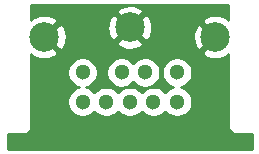
<source format=gbl>
G04 #@! TF.GenerationSoftware,KiCad,Pcbnew,(5.1.0)-1*
G04 #@! TF.CreationDate,2019-10-14T10:16:39-04:00*
G04 #@! TF.ProjectId,MiniDin8Adapter,4d696e69-4469-46e3-9841-646170746572,rev?*
G04 #@! TF.SameCoordinates,Original*
G04 #@! TF.FileFunction,Copper,L2,Bot*
G04 #@! TF.FilePolarity,Positive*
%FSLAX46Y46*%
G04 Gerber Fmt 4.6, Leading zero omitted, Abs format (unit mm)*
G04 Created by KiCad (PCBNEW (5.1.0)-1) date 2019-10-14 10:16:39*
%MOMM*%
%LPD*%
G04 APERTURE LIST*
%ADD10C,2.500000*%
%ADD11C,1.300000*%
%ADD12C,0.800000*%
%ADD13C,0.254000*%
G04 APERTURE END LIST*
D10*
X147000000Y-103600000D03*
X154250000Y-104400000D03*
X139750000Y-104400000D03*
D11*
X147000000Y-109900000D03*
X145000000Y-109900000D03*
X143000000Y-109900000D03*
X149000000Y-109900000D03*
X151000000Y-109900000D03*
X146300000Y-107400000D03*
X143000000Y-107400000D03*
X148300000Y-107400000D03*
X151000000Y-107400000D03*
D12*
X146150000Y-112850000D03*
D13*
G36*
X155340000Y-102985066D02*
G01*
X155258086Y-102796423D01*
X154925874Y-102630567D01*
X154567688Y-102532710D01*
X154197294Y-102506611D01*
X153828925Y-102553275D01*
X153476738Y-102670906D01*
X153241914Y-102796423D01*
X153116000Y-103086395D01*
X154250000Y-104220395D01*
X154264143Y-104206253D01*
X154443748Y-104385858D01*
X154429605Y-104400000D01*
X154443748Y-104414143D01*
X154264143Y-104593748D01*
X154250000Y-104579605D01*
X153116000Y-105713605D01*
X153241914Y-106003577D01*
X153574126Y-106169433D01*
X153932312Y-106267290D01*
X154302706Y-106293389D01*
X154671075Y-106246725D01*
X155023262Y-106129094D01*
X155258086Y-106003577D01*
X155340000Y-105814934D01*
X155340001Y-111967571D01*
X155336807Y-112000000D01*
X155349550Y-112129383D01*
X155387290Y-112253793D01*
X155448575Y-112368450D01*
X155531052Y-112468948D01*
X155631550Y-112551425D01*
X155746207Y-112612710D01*
X155870617Y-112650450D01*
X155967581Y-112660000D01*
X156000000Y-112663193D01*
X156032419Y-112660000D01*
X157340000Y-112660000D01*
X157340000Y-113873000D01*
X136660000Y-113873000D01*
X136660000Y-112660000D01*
X137967581Y-112660000D01*
X138000000Y-112663193D01*
X138032419Y-112660000D01*
X138129383Y-112650450D01*
X138253793Y-112612710D01*
X138368450Y-112551425D01*
X138468948Y-112468948D01*
X138551425Y-112368450D01*
X138612710Y-112253793D01*
X138650450Y-112129383D01*
X138663193Y-112000000D01*
X138660000Y-111967581D01*
X138660000Y-107273439D01*
X141715000Y-107273439D01*
X141715000Y-107526561D01*
X141764381Y-107774821D01*
X141861247Y-108008676D01*
X142001875Y-108219140D01*
X142180860Y-108398125D01*
X142391324Y-108538753D01*
X142625179Y-108635619D01*
X142697479Y-108650000D01*
X142625179Y-108664381D01*
X142391324Y-108761247D01*
X142180860Y-108901875D01*
X142001875Y-109080860D01*
X141861247Y-109291324D01*
X141764381Y-109525179D01*
X141715000Y-109773439D01*
X141715000Y-110026561D01*
X141764381Y-110274821D01*
X141861247Y-110508676D01*
X142001875Y-110719140D01*
X142180860Y-110898125D01*
X142391324Y-111038753D01*
X142625179Y-111135619D01*
X142873439Y-111185000D01*
X143126561Y-111185000D01*
X143374821Y-111135619D01*
X143608676Y-111038753D01*
X143819140Y-110898125D01*
X143998125Y-110719140D01*
X144000000Y-110716334D01*
X144001875Y-110719140D01*
X144180860Y-110898125D01*
X144391324Y-111038753D01*
X144625179Y-111135619D01*
X144873439Y-111185000D01*
X145126561Y-111185000D01*
X145374821Y-111135619D01*
X145608676Y-111038753D01*
X145819140Y-110898125D01*
X145998125Y-110719140D01*
X146000000Y-110716334D01*
X146001875Y-110719140D01*
X146180860Y-110898125D01*
X146391324Y-111038753D01*
X146625179Y-111135619D01*
X146873439Y-111185000D01*
X147126561Y-111185000D01*
X147374821Y-111135619D01*
X147608676Y-111038753D01*
X147819140Y-110898125D01*
X147998125Y-110719140D01*
X148000000Y-110716334D01*
X148001875Y-110719140D01*
X148180860Y-110898125D01*
X148391324Y-111038753D01*
X148625179Y-111135619D01*
X148873439Y-111185000D01*
X149126561Y-111185000D01*
X149374821Y-111135619D01*
X149608676Y-111038753D01*
X149819140Y-110898125D01*
X149998125Y-110719140D01*
X150000000Y-110716334D01*
X150001875Y-110719140D01*
X150180860Y-110898125D01*
X150391324Y-111038753D01*
X150625179Y-111135619D01*
X150873439Y-111185000D01*
X151126561Y-111185000D01*
X151374821Y-111135619D01*
X151608676Y-111038753D01*
X151819140Y-110898125D01*
X151998125Y-110719140D01*
X152138753Y-110508676D01*
X152235619Y-110274821D01*
X152285000Y-110026561D01*
X152285000Y-109773439D01*
X152235619Y-109525179D01*
X152138753Y-109291324D01*
X151998125Y-109080860D01*
X151819140Y-108901875D01*
X151608676Y-108761247D01*
X151374821Y-108664381D01*
X151302521Y-108650000D01*
X151374821Y-108635619D01*
X151608676Y-108538753D01*
X151819140Y-108398125D01*
X151998125Y-108219140D01*
X152138753Y-108008676D01*
X152235619Y-107774821D01*
X152285000Y-107526561D01*
X152285000Y-107273439D01*
X152235619Y-107025179D01*
X152138753Y-106791324D01*
X151998125Y-106580860D01*
X151819140Y-106401875D01*
X151608676Y-106261247D01*
X151374821Y-106164381D01*
X151126561Y-106115000D01*
X150873439Y-106115000D01*
X150625179Y-106164381D01*
X150391324Y-106261247D01*
X150180860Y-106401875D01*
X150001875Y-106580860D01*
X149861247Y-106791324D01*
X149764381Y-107025179D01*
X149715000Y-107273439D01*
X149715000Y-107526561D01*
X149764381Y-107774821D01*
X149861247Y-108008676D01*
X150001875Y-108219140D01*
X150180860Y-108398125D01*
X150391324Y-108538753D01*
X150625179Y-108635619D01*
X150697479Y-108650000D01*
X150625179Y-108664381D01*
X150391324Y-108761247D01*
X150180860Y-108901875D01*
X150001875Y-109080860D01*
X150000000Y-109083666D01*
X149998125Y-109080860D01*
X149819140Y-108901875D01*
X149608676Y-108761247D01*
X149374821Y-108664381D01*
X149126561Y-108615000D01*
X148873439Y-108615000D01*
X148625179Y-108664381D01*
X148391324Y-108761247D01*
X148180860Y-108901875D01*
X148001875Y-109080860D01*
X148000000Y-109083666D01*
X147998125Y-109080860D01*
X147819140Y-108901875D01*
X147608676Y-108761247D01*
X147374821Y-108664381D01*
X147126561Y-108615000D01*
X146873439Y-108615000D01*
X146625179Y-108664381D01*
X146391324Y-108761247D01*
X146180860Y-108901875D01*
X146001875Y-109080860D01*
X146000000Y-109083666D01*
X145998125Y-109080860D01*
X145819140Y-108901875D01*
X145608676Y-108761247D01*
X145374821Y-108664381D01*
X145126561Y-108615000D01*
X144873439Y-108615000D01*
X144625179Y-108664381D01*
X144391324Y-108761247D01*
X144180860Y-108901875D01*
X144001875Y-109080860D01*
X144000000Y-109083666D01*
X143998125Y-109080860D01*
X143819140Y-108901875D01*
X143608676Y-108761247D01*
X143374821Y-108664381D01*
X143302521Y-108650000D01*
X143374821Y-108635619D01*
X143608676Y-108538753D01*
X143819140Y-108398125D01*
X143998125Y-108219140D01*
X144138753Y-108008676D01*
X144235619Y-107774821D01*
X144285000Y-107526561D01*
X144285000Y-107273439D01*
X145015000Y-107273439D01*
X145015000Y-107526561D01*
X145064381Y-107774821D01*
X145161247Y-108008676D01*
X145301875Y-108219140D01*
X145480860Y-108398125D01*
X145691324Y-108538753D01*
X145925179Y-108635619D01*
X146173439Y-108685000D01*
X146426561Y-108685000D01*
X146674821Y-108635619D01*
X146908676Y-108538753D01*
X147119140Y-108398125D01*
X147298125Y-108219140D01*
X147300000Y-108216334D01*
X147301875Y-108219140D01*
X147480860Y-108398125D01*
X147691324Y-108538753D01*
X147925179Y-108635619D01*
X148173439Y-108685000D01*
X148426561Y-108685000D01*
X148674821Y-108635619D01*
X148908676Y-108538753D01*
X149119140Y-108398125D01*
X149298125Y-108219140D01*
X149438753Y-108008676D01*
X149535619Y-107774821D01*
X149585000Y-107526561D01*
X149585000Y-107273439D01*
X149535619Y-107025179D01*
X149438753Y-106791324D01*
X149298125Y-106580860D01*
X149119140Y-106401875D01*
X148908676Y-106261247D01*
X148674821Y-106164381D01*
X148426561Y-106115000D01*
X148173439Y-106115000D01*
X147925179Y-106164381D01*
X147691324Y-106261247D01*
X147480860Y-106401875D01*
X147301875Y-106580860D01*
X147300000Y-106583666D01*
X147298125Y-106580860D01*
X147119140Y-106401875D01*
X146908676Y-106261247D01*
X146674821Y-106164381D01*
X146426561Y-106115000D01*
X146173439Y-106115000D01*
X145925179Y-106164381D01*
X145691324Y-106261247D01*
X145480860Y-106401875D01*
X145301875Y-106580860D01*
X145161247Y-106791324D01*
X145064381Y-107025179D01*
X145015000Y-107273439D01*
X144285000Y-107273439D01*
X144235619Y-107025179D01*
X144138753Y-106791324D01*
X143998125Y-106580860D01*
X143819140Y-106401875D01*
X143608676Y-106261247D01*
X143374821Y-106164381D01*
X143126561Y-106115000D01*
X142873439Y-106115000D01*
X142625179Y-106164381D01*
X142391324Y-106261247D01*
X142180860Y-106401875D01*
X142001875Y-106580860D01*
X141861247Y-106791324D01*
X141764381Y-107025179D01*
X141715000Y-107273439D01*
X138660000Y-107273439D01*
X138660000Y-105814934D01*
X138741914Y-106003577D01*
X139074126Y-106169433D01*
X139432312Y-106267290D01*
X139802706Y-106293389D01*
X140171075Y-106246725D01*
X140523262Y-106129094D01*
X140758086Y-106003577D01*
X140884000Y-105713605D01*
X139750000Y-104579605D01*
X139735858Y-104593748D01*
X139556253Y-104414143D01*
X139570395Y-104400000D01*
X139929605Y-104400000D01*
X141063605Y-105534000D01*
X141353577Y-105408086D01*
X141519433Y-105075874D01*
X141563765Y-104913605D01*
X145866000Y-104913605D01*
X145991914Y-105203577D01*
X146324126Y-105369433D01*
X146682312Y-105467290D01*
X147052706Y-105493389D01*
X147421075Y-105446725D01*
X147773262Y-105329094D01*
X148008086Y-105203577D01*
X148134000Y-104913605D01*
X147000000Y-103779605D01*
X145866000Y-104913605D01*
X141563765Y-104913605D01*
X141617290Y-104717688D01*
X141643389Y-104347294D01*
X141596725Y-103978925D01*
X141487768Y-103652706D01*
X145106611Y-103652706D01*
X145153275Y-104021075D01*
X145270906Y-104373262D01*
X145396423Y-104608086D01*
X145686395Y-104734000D01*
X146820395Y-103600000D01*
X147179605Y-103600000D01*
X148313605Y-104734000D01*
X148603577Y-104608086D01*
X148681150Y-104452706D01*
X152356611Y-104452706D01*
X152403275Y-104821075D01*
X152520906Y-105173262D01*
X152646423Y-105408086D01*
X152936395Y-105534000D01*
X154070395Y-104400000D01*
X152936395Y-103266000D01*
X152646423Y-103391914D01*
X152480567Y-103724126D01*
X152382710Y-104082312D01*
X152356611Y-104452706D01*
X148681150Y-104452706D01*
X148769433Y-104275874D01*
X148867290Y-103917688D01*
X148893389Y-103547294D01*
X148846725Y-103178925D01*
X148729094Y-102826738D01*
X148603577Y-102591914D01*
X148313605Y-102466000D01*
X147179605Y-103600000D01*
X146820395Y-103600000D01*
X145686395Y-102466000D01*
X145396423Y-102591914D01*
X145230567Y-102924126D01*
X145132710Y-103282312D01*
X145106611Y-103652706D01*
X141487768Y-103652706D01*
X141479094Y-103626738D01*
X141353577Y-103391914D01*
X141063605Y-103266000D01*
X139929605Y-104400000D01*
X139570395Y-104400000D01*
X139556253Y-104385858D01*
X139735858Y-104206253D01*
X139750000Y-104220395D01*
X140884000Y-103086395D01*
X140758086Y-102796423D01*
X140425874Y-102630567D01*
X140067688Y-102532710D01*
X139697294Y-102506611D01*
X139328925Y-102553275D01*
X138976738Y-102670906D01*
X138741914Y-102796423D01*
X138660000Y-102985066D01*
X138660000Y-102286395D01*
X145866000Y-102286395D01*
X147000000Y-103420395D01*
X148134000Y-102286395D01*
X148008086Y-101996423D01*
X147675874Y-101830567D01*
X147317688Y-101732710D01*
X146947294Y-101706611D01*
X146578925Y-101753275D01*
X146226738Y-101870906D01*
X145991914Y-101996423D01*
X145866000Y-102286395D01*
X138660000Y-102286395D01*
X138660000Y-101660000D01*
X155340000Y-101660000D01*
X155340000Y-102985066D01*
X155340000Y-102985066D01*
G37*
X155340000Y-102985066D02*
X155258086Y-102796423D01*
X154925874Y-102630567D01*
X154567688Y-102532710D01*
X154197294Y-102506611D01*
X153828925Y-102553275D01*
X153476738Y-102670906D01*
X153241914Y-102796423D01*
X153116000Y-103086395D01*
X154250000Y-104220395D01*
X154264143Y-104206253D01*
X154443748Y-104385858D01*
X154429605Y-104400000D01*
X154443748Y-104414143D01*
X154264143Y-104593748D01*
X154250000Y-104579605D01*
X153116000Y-105713605D01*
X153241914Y-106003577D01*
X153574126Y-106169433D01*
X153932312Y-106267290D01*
X154302706Y-106293389D01*
X154671075Y-106246725D01*
X155023262Y-106129094D01*
X155258086Y-106003577D01*
X155340000Y-105814934D01*
X155340001Y-111967571D01*
X155336807Y-112000000D01*
X155349550Y-112129383D01*
X155387290Y-112253793D01*
X155448575Y-112368450D01*
X155531052Y-112468948D01*
X155631550Y-112551425D01*
X155746207Y-112612710D01*
X155870617Y-112650450D01*
X155967581Y-112660000D01*
X156000000Y-112663193D01*
X156032419Y-112660000D01*
X157340000Y-112660000D01*
X157340000Y-113873000D01*
X136660000Y-113873000D01*
X136660000Y-112660000D01*
X137967581Y-112660000D01*
X138000000Y-112663193D01*
X138032419Y-112660000D01*
X138129383Y-112650450D01*
X138253793Y-112612710D01*
X138368450Y-112551425D01*
X138468948Y-112468948D01*
X138551425Y-112368450D01*
X138612710Y-112253793D01*
X138650450Y-112129383D01*
X138663193Y-112000000D01*
X138660000Y-111967581D01*
X138660000Y-107273439D01*
X141715000Y-107273439D01*
X141715000Y-107526561D01*
X141764381Y-107774821D01*
X141861247Y-108008676D01*
X142001875Y-108219140D01*
X142180860Y-108398125D01*
X142391324Y-108538753D01*
X142625179Y-108635619D01*
X142697479Y-108650000D01*
X142625179Y-108664381D01*
X142391324Y-108761247D01*
X142180860Y-108901875D01*
X142001875Y-109080860D01*
X141861247Y-109291324D01*
X141764381Y-109525179D01*
X141715000Y-109773439D01*
X141715000Y-110026561D01*
X141764381Y-110274821D01*
X141861247Y-110508676D01*
X142001875Y-110719140D01*
X142180860Y-110898125D01*
X142391324Y-111038753D01*
X142625179Y-111135619D01*
X142873439Y-111185000D01*
X143126561Y-111185000D01*
X143374821Y-111135619D01*
X143608676Y-111038753D01*
X143819140Y-110898125D01*
X143998125Y-110719140D01*
X144000000Y-110716334D01*
X144001875Y-110719140D01*
X144180860Y-110898125D01*
X144391324Y-111038753D01*
X144625179Y-111135619D01*
X144873439Y-111185000D01*
X145126561Y-111185000D01*
X145374821Y-111135619D01*
X145608676Y-111038753D01*
X145819140Y-110898125D01*
X145998125Y-110719140D01*
X146000000Y-110716334D01*
X146001875Y-110719140D01*
X146180860Y-110898125D01*
X146391324Y-111038753D01*
X146625179Y-111135619D01*
X146873439Y-111185000D01*
X147126561Y-111185000D01*
X147374821Y-111135619D01*
X147608676Y-111038753D01*
X147819140Y-110898125D01*
X147998125Y-110719140D01*
X148000000Y-110716334D01*
X148001875Y-110719140D01*
X148180860Y-110898125D01*
X148391324Y-111038753D01*
X148625179Y-111135619D01*
X148873439Y-111185000D01*
X149126561Y-111185000D01*
X149374821Y-111135619D01*
X149608676Y-111038753D01*
X149819140Y-110898125D01*
X149998125Y-110719140D01*
X150000000Y-110716334D01*
X150001875Y-110719140D01*
X150180860Y-110898125D01*
X150391324Y-111038753D01*
X150625179Y-111135619D01*
X150873439Y-111185000D01*
X151126561Y-111185000D01*
X151374821Y-111135619D01*
X151608676Y-111038753D01*
X151819140Y-110898125D01*
X151998125Y-110719140D01*
X152138753Y-110508676D01*
X152235619Y-110274821D01*
X152285000Y-110026561D01*
X152285000Y-109773439D01*
X152235619Y-109525179D01*
X152138753Y-109291324D01*
X151998125Y-109080860D01*
X151819140Y-108901875D01*
X151608676Y-108761247D01*
X151374821Y-108664381D01*
X151302521Y-108650000D01*
X151374821Y-108635619D01*
X151608676Y-108538753D01*
X151819140Y-108398125D01*
X151998125Y-108219140D01*
X152138753Y-108008676D01*
X152235619Y-107774821D01*
X152285000Y-107526561D01*
X152285000Y-107273439D01*
X152235619Y-107025179D01*
X152138753Y-106791324D01*
X151998125Y-106580860D01*
X151819140Y-106401875D01*
X151608676Y-106261247D01*
X151374821Y-106164381D01*
X151126561Y-106115000D01*
X150873439Y-106115000D01*
X150625179Y-106164381D01*
X150391324Y-106261247D01*
X150180860Y-106401875D01*
X150001875Y-106580860D01*
X149861247Y-106791324D01*
X149764381Y-107025179D01*
X149715000Y-107273439D01*
X149715000Y-107526561D01*
X149764381Y-107774821D01*
X149861247Y-108008676D01*
X150001875Y-108219140D01*
X150180860Y-108398125D01*
X150391324Y-108538753D01*
X150625179Y-108635619D01*
X150697479Y-108650000D01*
X150625179Y-108664381D01*
X150391324Y-108761247D01*
X150180860Y-108901875D01*
X150001875Y-109080860D01*
X150000000Y-109083666D01*
X149998125Y-109080860D01*
X149819140Y-108901875D01*
X149608676Y-108761247D01*
X149374821Y-108664381D01*
X149126561Y-108615000D01*
X148873439Y-108615000D01*
X148625179Y-108664381D01*
X148391324Y-108761247D01*
X148180860Y-108901875D01*
X148001875Y-109080860D01*
X148000000Y-109083666D01*
X147998125Y-109080860D01*
X147819140Y-108901875D01*
X147608676Y-108761247D01*
X147374821Y-108664381D01*
X147126561Y-108615000D01*
X146873439Y-108615000D01*
X146625179Y-108664381D01*
X146391324Y-108761247D01*
X146180860Y-108901875D01*
X146001875Y-109080860D01*
X146000000Y-109083666D01*
X145998125Y-109080860D01*
X145819140Y-108901875D01*
X145608676Y-108761247D01*
X145374821Y-108664381D01*
X145126561Y-108615000D01*
X144873439Y-108615000D01*
X144625179Y-108664381D01*
X144391324Y-108761247D01*
X144180860Y-108901875D01*
X144001875Y-109080860D01*
X144000000Y-109083666D01*
X143998125Y-109080860D01*
X143819140Y-108901875D01*
X143608676Y-108761247D01*
X143374821Y-108664381D01*
X143302521Y-108650000D01*
X143374821Y-108635619D01*
X143608676Y-108538753D01*
X143819140Y-108398125D01*
X143998125Y-108219140D01*
X144138753Y-108008676D01*
X144235619Y-107774821D01*
X144285000Y-107526561D01*
X144285000Y-107273439D01*
X145015000Y-107273439D01*
X145015000Y-107526561D01*
X145064381Y-107774821D01*
X145161247Y-108008676D01*
X145301875Y-108219140D01*
X145480860Y-108398125D01*
X145691324Y-108538753D01*
X145925179Y-108635619D01*
X146173439Y-108685000D01*
X146426561Y-108685000D01*
X146674821Y-108635619D01*
X146908676Y-108538753D01*
X147119140Y-108398125D01*
X147298125Y-108219140D01*
X147300000Y-108216334D01*
X147301875Y-108219140D01*
X147480860Y-108398125D01*
X147691324Y-108538753D01*
X147925179Y-108635619D01*
X148173439Y-108685000D01*
X148426561Y-108685000D01*
X148674821Y-108635619D01*
X148908676Y-108538753D01*
X149119140Y-108398125D01*
X149298125Y-108219140D01*
X149438753Y-108008676D01*
X149535619Y-107774821D01*
X149585000Y-107526561D01*
X149585000Y-107273439D01*
X149535619Y-107025179D01*
X149438753Y-106791324D01*
X149298125Y-106580860D01*
X149119140Y-106401875D01*
X148908676Y-106261247D01*
X148674821Y-106164381D01*
X148426561Y-106115000D01*
X148173439Y-106115000D01*
X147925179Y-106164381D01*
X147691324Y-106261247D01*
X147480860Y-106401875D01*
X147301875Y-106580860D01*
X147300000Y-106583666D01*
X147298125Y-106580860D01*
X147119140Y-106401875D01*
X146908676Y-106261247D01*
X146674821Y-106164381D01*
X146426561Y-106115000D01*
X146173439Y-106115000D01*
X145925179Y-106164381D01*
X145691324Y-106261247D01*
X145480860Y-106401875D01*
X145301875Y-106580860D01*
X145161247Y-106791324D01*
X145064381Y-107025179D01*
X145015000Y-107273439D01*
X144285000Y-107273439D01*
X144235619Y-107025179D01*
X144138753Y-106791324D01*
X143998125Y-106580860D01*
X143819140Y-106401875D01*
X143608676Y-106261247D01*
X143374821Y-106164381D01*
X143126561Y-106115000D01*
X142873439Y-106115000D01*
X142625179Y-106164381D01*
X142391324Y-106261247D01*
X142180860Y-106401875D01*
X142001875Y-106580860D01*
X141861247Y-106791324D01*
X141764381Y-107025179D01*
X141715000Y-107273439D01*
X138660000Y-107273439D01*
X138660000Y-105814934D01*
X138741914Y-106003577D01*
X139074126Y-106169433D01*
X139432312Y-106267290D01*
X139802706Y-106293389D01*
X140171075Y-106246725D01*
X140523262Y-106129094D01*
X140758086Y-106003577D01*
X140884000Y-105713605D01*
X139750000Y-104579605D01*
X139735858Y-104593748D01*
X139556253Y-104414143D01*
X139570395Y-104400000D01*
X139929605Y-104400000D01*
X141063605Y-105534000D01*
X141353577Y-105408086D01*
X141519433Y-105075874D01*
X141563765Y-104913605D01*
X145866000Y-104913605D01*
X145991914Y-105203577D01*
X146324126Y-105369433D01*
X146682312Y-105467290D01*
X147052706Y-105493389D01*
X147421075Y-105446725D01*
X147773262Y-105329094D01*
X148008086Y-105203577D01*
X148134000Y-104913605D01*
X147000000Y-103779605D01*
X145866000Y-104913605D01*
X141563765Y-104913605D01*
X141617290Y-104717688D01*
X141643389Y-104347294D01*
X141596725Y-103978925D01*
X141487768Y-103652706D01*
X145106611Y-103652706D01*
X145153275Y-104021075D01*
X145270906Y-104373262D01*
X145396423Y-104608086D01*
X145686395Y-104734000D01*
X146820395Y-103600000D01*
X147179605Y-103600000D01*
X148313605Y-104734000D01*
X148603577Y-104608086D01*
X148681150Y-104452706D01*
X152356611Y-104452706D01*
X152403275Y-104821075D01*
X152520906Y-105173262D01*
X152646423Y-105408086D01*
X152936395Y-105534000D01*
X154070395Y-104400000D01*
X152936395Y-103266000D01*
X152646423Y-103391914D01*
X152480567Y-103724126D01*
X152382710Y-104082312D01*
X152356611Y-104452706D01*
X148681150Y-104452706D01*
X148769433Y-104275874D01*
X148867290Y-103917688D01*
X148893389Y-103547294D01*
X148846725Y-103178925D01*
X148729094Y-102826738D01*
X148603577Y-102591914D01*
X148313605Y-102466000D01*
X147179605Y-103600000D01*
X146820395Y-103600000D01*
X145686395Y-102466000D01*
X145396423Y-102591914D01*
X145230567Y-102924126D01*
X145132710Y-103282312D01*
X145106611Y-103652706D01*
X141487768Y-103652706D01*
X141479094Y-103626738D01*
X141353577Y-103391914D01*
X141063605Y-103266000D01*
X139929605Y-104400000D01*
X139570395Y-104400000D01*
X139556253Y-104385858D01*
X139735858Y-104206253D01*
X139750000Y-104220395D01*
X140884000Y-103086395D01*
X140758086Y-102796423D01*
X140425874Y-102630567D01*
X140067688Y-102532710D01*
X139697294Y-102506611D01*
X139328925Y-102553275D01*
X138976738Y-102670906D01*
X138741914Y-102796423D01*
X138660000Y-102985066D01*
X138660000Y-102286395D01*
X145866000Y-102286395D01*
X147000000Y-103420395D01*
X148134000Y-102286395D01*
X148008086Y-101996423D01*
X147675874Y-101830567D01*
X147317688Y-101732710D01*
X146947294Y-101706611D01*
X146578925Y-101753275D01*
X146226738Y-101870906D01*
X145991914Y-101996423D01*
X145866000Y-102286395D01*
X138660000Y-102286395D01*
X138660000Y-101660000D01*
X155340000Y-101660000D01*
X155340000Y-102985066D01*
M02*

</source>
